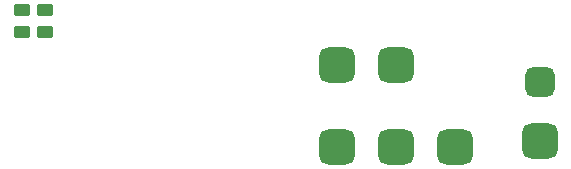
<source format=gtp>
%TF.GenerationSoftware,KiCad,Pcbnew,(6.0.1)*%
%TF.CreationDate,2022-03-09T13:46:12-07:00*%
%TF.ProjectId,MShaw_PICO_Edition_4gbNandExtensionQSB_V2.6,4d536861-775f-4504-9943-4f5f45646974,rev?*%
%TF.SameCoordinates,Original*%
%TF.FileFunction,Paste,Top*%
%TF.FilePolarity,Positive*%
%FSLAX46Y46*%
G04 Gerber Fmt 4.6, Leading zero omitted, Abs format (unit mm)*
G04 Created by KiCad (PCBNEW (6.0.1)) date 2022-03-09 13:46:12*
%MOMM*%
%LPD*%
G01*
G04 APERTURE LIST*
G04 Aperture macros list*
%AMRoundRect*
0 Rectangle with rounded corners*
0 $1 Rounding radius*
0 $2 $3 $4 $5 $6 $7 $8 $9 X,Y pos of 4 corners*
0 Add a 4 corners polygon primitive as box body*
4,1,4,$2,$3,$4,$5,$6,$7,$8,$9,$2,$3,0*
0 Add four circle primitives for the rounded corners*
1,1,$1+$1,$2,$3*
1,1,$1+$1,$4,$5*
1,1,$1+$1,$6,$7*
1,1,$1+$1,$8,$9*
0 Add four rect primitives between the rounded corners*
20,1,$1+$1,$2,$3,$4,$5,0*
20,1,$1+$1,$4,$5,$6,$7,0*
20,1,$1+$1,$6,$7,$8,$9,0*
20,1,$1+$1,$8,$9,$2,$3,0*%
G04 Aperture macros list end*
%ADD10RoundRect,0.625000X-0.625000X-0.625000X0.625000X-0.625000X0.625000X0.625000X-0.625000X0.625000X0*%
%ADD11RoundRect,0.750000X-0.750000X-0.750000X0.750000X-0.750000X0.750000X0.750000X-0.750000X0.750000X0*%
%ADD12RoundRect,0.250000X0.450000X-0.262500X0.450000X0.262500X-0.450000X0.262500X-0.450000X-0.262500X0*%
%ADD13RoundRect,0.750000X0.750000X-0.750000X0.750000X0.750000X-0.750000X0.750000X-0.750000X-0.750000X0*%
G04 APERTURE END LIST*
D10*
%TO.C,J5*%
X170090000Y-102500000D03*
D11*
X170090000Y-107500000D03*
%TD*%
D12*
%TO.C,R1*%
X128260000Y-98212500D03*
X128260000Y-96387500D03*
%TD*%
D13*
%TO.C,J4*%
X152910000Y-108000000D03*
X152910000Y-101000000D03*
X157910000Y-108000000D03*
X157910000Y-101000000D03*
X162910000Y-108000000D03*
%TD*%
D12*
%TO.C,D1*%
X126260000Y-98212500D03*
X126260000Y-96387500D03*
%TD*%
M02*

</source>
